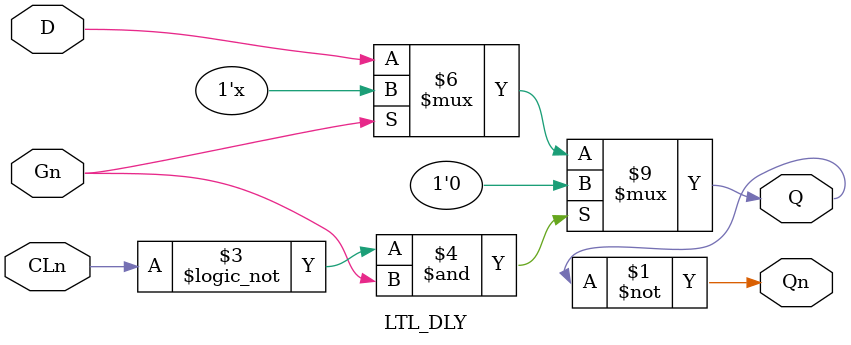
<source format=v>
/****************************************************************
 * Convenient verilog templates of Fujitsu AV Series            *
 * Unit Cell Modules for simulation. For more info see:         *
 * Fujitsu CMOS Channeled Gate Arrays Data Book (1989)          *
 * Author: @RndMnkIII                                           *
 * Repository: https://github.com/RndMnkIII/k051962_verilog     *
 * Version: 1.0 16/06/2021                                      *
 ***************************************************************/

`default_nettype none
`timescale 1ns/1ps

//For more detailed information about Fujitsu AV Series
//Logic Cell Functions, consult:
//"FUJITSU CMOS Channeled Gate Arrays 1989 Data Book"
//Propagation delay calculation is simplified:
//takes the t0 parameter for the worst case (can be for rising edge or for falling edge):
//ignoring the KCL term (usually smaller than t0).

//Cell Name: H6T
//Function: Tri-State Output and Input Buffer (True)
// OT->X  t0: 2.46-6.47
//  C->X  t0: 1.60-5.72 (Z->X, X->Z)
//  X->IN t0:2.06-3.08
//                   
//                   /| 3.08
// IN --------------< |-----|
//                   \|     |
//                |\        |
//                | \       |
// OT ------------|  >------o----- X
//                | / 6.47
//                |/O
//                  |
//                  |  
//                  Cn
module H6T_DLY ( input IN,
                 input Cn,
                 output OT,
                 inout X);
    //assign #6.47 X = Cn ? 1'bZ : OT;
    //assign #3.08 IN = X;
    assign IN = X;
    assign X = (Cn) ? 1'bZ : OT;
endmodule

//Cell Name: K2B
//Function: Power Clock Buffer
//to: 1.51-1.83ns A->X

//Cell Name: K1B
//Function: Clock Buffer
//to: 1.20-1.26ns A->X

//Cell Name: V2B 
//Function: Power Inverter
//to: 0.24-0.64ns A->X

//Cell Name: V1N
//Function: Inverter
//to: 0.30-0.55ns A->X

//Cell Name: X1B
//Function: Power Exclusive NOR
//to: 2.41-3.24ns A->X

//Cell Name: X2B
//Function: Power Exclusive OR
//to: 2.34-3.50ns A->X

//Cell Name: N2N
//Function: 2-input NAND
//to: 0.71-0.34ns A->X

//Cell Name: N2P
//Function: POWER 2-input AND
//to: 1.32-1.41ns A->X

//Cell Name: N3N
//Function:  3-input NAND
//to: 0.63-0.83ns A->X

//Cell Name: N4N
//Function:  4-input NAND
//to: 0.96-0.96ns A->X

//Cell Name: N8B
//Function:  POWER 8-input NAND
//to: 2.29-3.09ns A->X

//Cell Name: N3P
//Function: POWER 3-input AND
//to: 1.82-1.61ns A->X

//Cell Name: N2B
//Function: POWER 2-input NAND
//to: 2.03-1.73ns A->X

//Cell Name: N4B
//Function: POWER 4-input NAND
//to: 2.35-2.38ns A->X

//Cell Name: R2P
//Function: POWER 2-input OR
//to: 1.08-1.97ns A->X

//Cell Name: R4P
//Function: POWER 4-input OR
//to: 1.16-4.52ns A->X

//Cell Name: R2N
//Function: 2-input NOR
//to: 0.23-0.87ns A->X

//Cell Name: C43
//Function: 4-bit Binary Synchronous Up Counter
//CK->CO to=12.44-13.40ns
//CK->Q to=6.67-8.37ns
//CI->CO to=2.94-3.04ns
//CL->Q to=5.54ns
//CL->CO to=9.61ns

module C43_DLY ( input CK,
             input CLn,
             input Ln,
             input CI,
             input EN,
             output CO,
             output reg [3:0] Q,
             input [3:0] D);

    //assign #12.44 CO = ((Q == 4'hf) && (CI == 1'b1)) ? 1'b1 : 1'b0;
    assign #4.07 CO = ((Q == 4'hf) && (CI == 1'b1)) ? 1'b1 : 1'b0;

    always @(posedge CK or negedge CLn)
    begin
        if (CLn == 1'b0)
            Q <= #5.54 4'b0;
        else if (Ln == 1'b0)
            Q <= #8.37 D;
        else if ((CI == 1'b1) && (EN == 1'b1))
            Q <= #8.37 Q + 1;
    end
endmodule

//Cell Name: D24
//Function: 2-wide 2-AND 4-input AND-OR-Inverter
//Propagation delay: A,B -> X to: 0.48-1.66ns
module D24_DLY (input A1, input A2, input B1, input B2, output X);
    assign #1.66 X = ~((A1 & A2) | (B1 & B2));
endmodule

//Cell Name: FDE
//Function: Positive Edge Clocked Power DFF with CLEAR
//to: 4.44-6.23ns
module FDE_DLY 	( input D,
              input CLn,
              input CK,
              output reg Q,
              output Qn);
	
    assign #0.55 Qn = ~Q;

	always @ (posedge CK or negedge CLn) 
        if (!CLn)
            Q <= #6.23 0;
        else
            Q <= #6.23 D;
endmodule

//Cell Name: FDG
//Function: Positive Edge Clocked DFF with CLEAR
//to: 3.79-5.24ns
module FDG_DLY 	( input D,
              input CLn,
              input CK,
              output reg Q,
              output Qn);
	
    assign #0.55 Qn = ~Q;

	always @ (posedge CK or negedge CLn) 
        if (!CLn)
            Q <= #5.24 0;
        else
            Q <= #5.24 D;
endmodule

//Cell Name: FDM
//Function: DFF
//to: 5.16-5.96ns
module FDM_DLY 	( input D,
              input CK,
              output reg Q,
              output Qn);
	
    assign Qn = ~Q;

	always @ (posedge CK) 
        Q <= #4.96 D; //5.96
endmodule

//Cell Name: FDN
//Function: DFF with SET
//to: 5.16-6.10ns
module FDN_DLY 	( input D,
              input Sn,
              input CK,
              output reg Q,
              output Qn);
	
    assign #0.55 Qn = ~Q;

	always @ (posedge CK or negedge Sn) 
        if (!Sn)
            Q <= #6.10 1;
        else
            Q <= #6.10 D;
endmodule


//Cell Name: LT2
//Function: 1-bit Data Latch
//Gn->Q to: 1.84-3.09ns
//Gn->Qn to: 3.94-2.59ns
//D->Q to: 1.44-3.09ns
//D->Qn to: 3.94-2.19ns

//Function Table:
//   Inputs      Outputs
//-------------------------
//|  D  G  |  Q   Qn   | 
//-------------------------
//|  H  H  |  L   H    |
//|  L  H  |  Q0  Qn0  |
//|  H  L  |  H   L    |
//|  L  L  |  L   H    |
//-------------------------
module LT2_DLY ( input D,
             input Gn,
             output reg Q,
             output Qn);

      assign #0.85 Qn = ~Q; //3.94 - 3.09

      always @*  
        if (!Gn) begin
            Q <= #3.09 D; 
        end
endmodule

//Cell Name: LTL
//Function: 1-bit Data Latch with Clear
//CL->Q to: 1.40-2.20ns
//D->Q to: 1.56-1.83ns
//D->Qn to: 2.63-2.32ns
//Gn->Q to: 5.49-3.81ns
//Gn->Qn to: 4.61-6.25ns

//Function Table:
//   Inputs      Outputs
//-------------------------
//| CL  D  G  |  Q   Qn   | 
//-------------------------
//| *L  X  H  |  L   H    |
//|  H  X *H  |  Q0  Qn0  |
//|  H  H *L  |  H   L    |
//|  H  L *L  |  L   H    |
//-------------------------
module LTL_DLY ( input D,
             input Gn,
             input CLn,
             output reg Q,
             output Qn);

      assign #0.55 Qn = ~Q;

      always @*  
        if (!CLn & Gn)  //The function table states that must be Gn == H and CLn == L to Clear the register
            Q  <= #2.20 0;  
        else if (!Gn)  
            Q <= #6.24 D;  
endmodule
</source>
